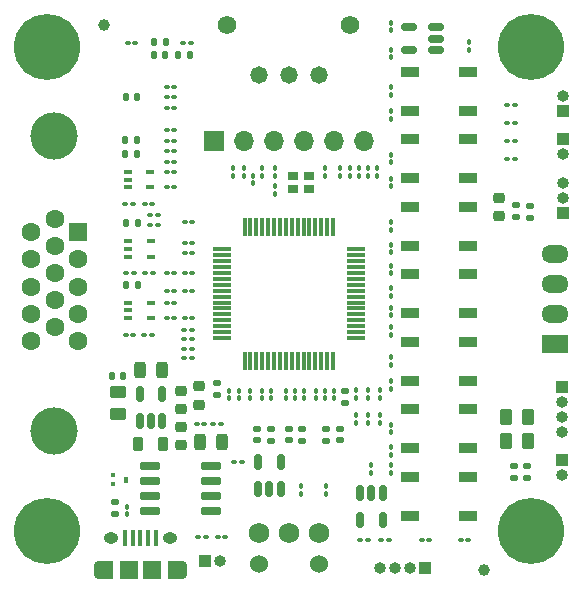
<source format=gts>
%TF.GenerationSoftware,KiCad,Pcbnew,(7.0.0)*%
%TF.CreationDate,2023-09-29T14:09:18-04:00*%
%TF.ProjectId,_HW_ToslinkToDMX,5f48575f-546f-4736-9c69-6e6b546f444d,rev?*%
%TF.SameCoordinates,Original*%
%TF.FileFunction,Soldermask,Top*%
%TF.FilePolarity,Negative*%
%FSLAX46Y46*%
G04 Gerber Fmt 4.6, Leading zero omitted, Abs format (unit mm)*
G04 Created by KiCad (PCBNEW (7.0.0)) date 2023-09-29 14:09:18*
%MOMM*%
%LPD*%
G01*
G04 APERTURE LIST*
G04 Aperture macros list*
%AMRoundRect*
0 Rectangle with rounded corners*
0 $1 Rounding radius*
0 $2 $3 $4 $5 $6 $7 $8 $9 X,Y pos of 4 corners*
0 Add a 4 corners polygon primitive as box body*
4,1,4,$2,$3,$4,$5,$6,$7,$8,$9,$2,$3,0*
0 Add four circle primitives for the rounded corners*
1,1,$1+$1,$2,$3*
1,1,$1+$1,$4,$5*
1,1,$1+$1,$6,$7*
1,1,$1+$1,$8,$9*
0 Add four rect primitives between the rounded corners*
20,1,$1+$1,$2,$3,$4,$5,0*
20,1,$1+$1,$4,$5,$6,$7,0*
20,1,$1+$1,$6,$7,$8,$9,0*
20,1,$1+$1,$8,$9,$2,$3,0*%
G04 Aperture macros list end*
%ADD10RoundRect,0.135000X-0.185000X0.135000X-0.185000X-0.135000X0.185000X-0.135000X0.185000X0.135000X0*%
%ADD11R,0.900000X0.800000*%
%ADD12RoundRect,0.100000X0.130000X0.100000X-0.130000X0.100000X-0.130000X-0.100000X0.130000X-0.100000X0*%
%ADD13RoundRect,0.250000X-0.262500X-0.450000X0.262500X-0.450000X0.262500X0.450000X-0.262500X0.450000X0*%
%ADD14RoundRect,0.100000X-0.130000X-0.100000X0.130000X-0.100000X0.130000X0.100000X-0.130000X0.100000X0*%
%ADD15C,4.000000*%
%ADD16R,1.600000X1.600000*%
%ADD17C,1.600000*%
%ADD18RoundRect,0.147500X-0.172500X0.147500X-0.172500X-0.147500X0.172500X-0.147500X0.172500X0.147500X0*%
%ADD19R,0.400000X1.350000*%
%ADD20O,0.890000X1.550000*%
%ADD21R,1.200000X1.550000*%
%ADD22O,1.250000X0.950000*%
%ADD23R,1.500000X1.550000*%
%ADD24C,3.600000*%
%ADD25C,5.600000*%
%ADD26R,1.500000X0.900000*%
%ADD27R,1.700000X1.700000*%
%ADD28O,1.700000X1.700000*%
%ADD29RoundRect,0.100000X0.100000X-0.130000X0.100000X0.130000X-0.100000X0.130000X-0.100000X-0.130000X0*%
%ADD30RoundRect,0.100000X-0.100000X0.130000X-0.100000X-0.130000X0.100000X-0.130000X0.100000X0.130000X0*%
%ADD31R,1.000000X1.000000*%
%ADD32O,1.000000X1.000000*%
%ADD33RoundRect,0.075000X-0.075000X0.700000X-0.075000X-0.700000X0.075000X-0.700000X0.075000X0.700000X0*%
%ADD34RoundRect,0.075000X-0.700000X0.075000X-0.700000X-0.075000X0.700000X-0.075000X0.700000X0.075000X0*%
%ADD35C,1.473200*%
%ADD36C,1.574800*%
%ADD37RoundRect,0.140000X-0.140000X-0.170000X0.140000X-0.170000X0.140000X0.170000X-0.140000X0.170000X0*%
%ADD38RoundRect,0.225000X-0.250000X0.225000X-0.250000X-0.225000X0.250000X-0.225000X0.250000X0.225000X0*%
%ADD39RoundRect,0.147500X-0.147500X-0.172500X0.147500X-0.172500X0.147500X0.172500X-0.147500X0.172500X0*%
%ADD40R,2.300000X1.500000*%
%ADD41O,2.300000X1.500000*%
%ADD42R,0.450000X0.400000*%
%ADD43R,0.450000X0.500000*%
%ADD44RoundRect,0.135000X-0.135000X-0.185000X0.135000X-0.185000X0.135000X0.185000X-0.135000X0.185000X0*%
%ADD45RoundRect,0.225000X0.250000X-0.225000X0.250000X0.225000X-0.250000X0.225000X-0.250000X-0.225000X0*%
%ADD46R,0.650000X0.400000*%
%ADD47RoundRect,0.250000X-0.450000X0.262500X-0.450000X-0.262500X0.450000X-0.262500X0.450000X0.262500X0*%
%ADD48RoundRect,0.150000X-0.150000X0.512500X-0.150000X-0.512500X0.150000X-0.512500X0.150000X0.512500X0*%
%ADD49RoundRect,0.243750X-0.243750X-0.456250X0.243750X-0.456250X0.243750X0.456250X-0.243750X0.456250X0*%
%ADD50RoundRect,0.150000X0.150000X-0.512500X0.150000X0.512500X-0.150000X0.512500X-0.150000X-0.512500X0*%
%ADD51C,1.750000*%
%ADD52C,1.524000*%
%ADD53RoundRect,0.243750X0.243750X0.456250X-0.243750X0.456250X-0.243750X-0.456250X0.243750X-0.456250X0*%
%ADD54RoundRect,0.218750X0.218750X0.381250X-0.218750X0.381250X-0.218750X-0.381250X0.218750X-0.381250X0*%
%ADD55C,1.000000*%
%ADD56RoundRect,0.150000X-0.725000X-0.150000X0.725000X-0.150000X0.725000X0.150000X-0.725000X0.150000X0*%
%ADD57RoundRect,0.140000X0.140000X0.170000X-0.140000X0.170000X-0.140000X-0.170000X0.140000X-0.170000X0*%
%ADD58RoundRect,0.150000X0.512500X0.150000X-0.512500X0.150000X-0.512500X-0.150000X0.512500X-0.150000X0*%
G04 APERTURE END LIST*
D10*
X144526000Y-150493000D03*
X144526000Y-151513000D03*
D11*
X127191999Y-125941999D03*
X125791999Y-125941999D03*
X125791999Y-127041999D03*
X127191999Y-127041999D03*
D12*
X117287000Y-137922000D03*
X116647000Y-137922000D03*
X115763000Y-120142000D03*
X115123000Y-120142000D03*
D13*
X143867500Y-146304000D03*
X145692500Y-146304000D03*
D14*
X111689000Y-134142000D03*
X112329000Y-134142000D03*
D15*
X105600331Y-122515000D03*
X105600331Y-147515000D03*
D16*
X107650330Y-130699999D03*
D17*
X107650331Y-132990000D03*
X107650331Y-135280000D03*
X107650331Y-137570000D03*
X107650331Y-139860000D03*
X105670331Y-129555000D03*
X105670331Y-131845000D03*
X105670331Y-134135000D03*
X105670331Y-136425000D03*
X105670331Y-138715000D03*
X103690331Y-130700000D03*
X103690331Y-132990000D03*
X103690331Y-135280000D03*
X103690331Y-137570000D03*
X103690331Y-139860000D03*
D14*
X115123000Y-135636000D03*
X115763000Y-135636000D03*
D18*
X119380000Y-143487272D03*
X119380000Y-144457272D03*
D19*
X111618999Y-156557999D03*
X112268999Y-156557999D03*
X112918999Y-156557999D03*
X113568999Y-156557999D03*
X114218999Y-156557999D03*
D20*
X109418999Y-159257999D03*
D21*
X110018999Y-159257999D03*
D22*
X110418999Y-156557999D03*
D23*
X111918999Y-159257999D03*
X113918999Y-159257999D03*
D22*
X115418999Y-156557999D03*
D21*
X115818999Y-159257999D03*
D20*
X116418999Y-159257999D03*
D24*
X146000000Y-156000000D03*
D25*
X146000000Y-156000000D03*
D14*
X115123000Y-136652000D03*
X115763000Y-136652000D03*
D26*
X135725999Y-134239999D03*
X135725999Y-137539999D03*
X140625999Y-137539999D03*
X140625999Y-134239999D03*
D27*
X119150999Y-122935999D03*
D28*
X121690999Y-122935999D03*
X124230999Y-122935999D03*
X126770999Y-122935999D03*
X129310999Y-122935999D03*
X131850999Y-122935999D03*
D29*
X124333000Y-125923000D03*
X124333000Y-125283000D03*
D30*
X133219593Y-146172318D03*
X133219593Y-146812318D03*
D29*
X123190000Y-144755000D03*
X123190000Y-144115000D03*
D30*
X131194296Y-146179445D03*
X131194296Y-146819445D03*
X134112000Y-143317000D03*
X134112000Y-143957000D03*
D14*
X143952000Y-124460000D03*
X144592000Y-124460000D03*
D26*
X135725999Y-128524999D03*
X135725999Y-131824999D03*
X140625999Y-131824999D03*
X140625999Y-128524999D03*
D14*
X115123000Y-124729000D03*
X115763000Y-124729000D03*
D31*
X137027999Y-159130999D03*
D32*
X135757999Y-159130999D03*
X134487999Y-159130999D03*
X133217999Y-159130999D03*
D33*
X129226000Y-130215000D03*
X128726000Y-130215000D03*
X128226000Y-130215000D03*
X127726000Y-130215000D03*
X127226000Y-130215000D03*
X126726000Y-130215000D03*
X126226000Y-130215000D03*
X125726000Y-130215000D03*
X125226000Y-130215000D03*
X124726000Y-130215000D03*
X124226000Y-130215000D03*
X123726000Y-130215000D03*
X123226000Y-130215000D03*
X122726000Y-130215000D03*
X122226000Y-130215000D03*
X121726000Y-130215000D03*
D34*
X119801000Y-132140000D03*
X119801000Y-132640000D03*
X119801000Y-133140000D03*
X119801000Y-133640000D03*
X119801000Y-134140000D03*
X119801000Y-134640000D03*
X119801000Y-135140000D03*
X119801000Y-135640000D03*
X119801000Y-136140000D03*
X119801000Y-136640000D03*
X119801000Y-137140000D03*
X119801000Y-137640000D03*
X119801000Y-138140000D03*
X119801000Y-138640000D03*
X119801000Y-139140000D03*
X119801000Y-139640000D03*
D33*
X121726000Y-141565000D03*
X122226000Y-141565000D03*
X122726000Y-141565000D03*
X123226000Y-141565000D03*
X123726000Y-141565000D03*
X124226000Y-141565000D03*
X124726000Y-141565000D03*
X125226000Y-141565000D03*
X125726000Y-141565000D03*
X126226000Y-141565000D03*
X126726000Y-141565000D03*
X127226000Y-141565000D03*
X127726000Y-141565000D03*
X128226000Y-141565000D03*
X128726000Y-141565000D03*
X129226000Y-141565000D03*
D34*
X131151000Y-139640000D03*
X131151000Y-139140000D03*
X131151000Y-138640000D03*
X131151000Y-138140000D03*
X131151000Y-137640000D03*
X131151000Y-137140000D03*
X131151000Y-136640000D03*
X131151000Y-136140000D03*
X131151000Y-135640000D03*
X131151000Y-135140000D03*
X131151000Y-134640000D03*
X131151000Y-134140000D03*
X131151000Y-133640000D03*
X131151000Y-133140000D03*
X131151000Y-132640000D03*
X131151000Y-132140000D03*
D35*
X128016000Y-117348000D03*
X125476000Y-117348000D03*
X122936000Y-117348000D03*
D36*
X120276000Y-113148001D03*
X130676000Y-113148001D03*
D29*
X134112000Y-113604000D03*
X134112000Y-112964000D03*
D30*
X132207000Y-144079000D03*
X132207000Y-144719000D03*
D14*
X140015000Y-156718000D03*
X140655000Y-156718000D03*
D30*
X134112000Y-118425000D03*
X134112000Y-119065000D03*
D29*
X120777000Y-125923000D03*
X120777000Y-125283000D03*
D18*
X125476000Y-147343000D03*
X125476000Y-148313000D03*
D30*
X134112000Y-115250000D03*
X134112000Y-115890000D03*
D10*
X128651000Y-147318000D03*
X128651000Y-148338000D03*
D30*
X122174000Y-144115000D03*
X122174000Y-144755000D03*
X132207000Y-146172000D03*
X132207000Y-146812000D03*
D31*
X148716999Y-129031999D03*
D32*
X148716999Y-127761999D03*
X148716999Y-126491999D03*
D37*
X114076000Y-115655000D03*
X115036000Y-115655000D03*
D29*
X130683000Y-125923000D03*
X130683000Y-125283000D03*
D14*
X113284000Y-128285000D03*
X113924000Y-128285000D03*
D38*
X116332000Y-144132000D03*
X116332000Y-145682000D03*
D39*
X111717000Y-135143000D03*
X112687000Y-135143000D03*
D30*
X121285000Y-144115000D03*
X121285000Y-144755000D03*
X125222000Y-144115000D03*
X125222000Y-144755000D03*
X134112000Y-135443000D03*
X134112000Y-136083000D03*
X134112000Y-138745000D03*
X134112000Y-139385000D03*
D18*
X145669000Y-150518000D03*
X145669000Y-151488000D03*
D40*
X148003499Y-140155499D03*
D41*
X148003499Y-137615499D03*
X148003499Y-135075499D03*
X148003499Y-132535499D03*
D14*
X111821000Y-114681000D03*
X112461000Y-114681000D03*
X113721000Y-129189000D03*
X114361000Y-129189000D03*
D30*
X134112000Y-147000000D03*
X134112000Y-147640000D03*
D31*
X118348999Y-158495999D03*
D32*
X119618999Y-158495999D03*
D31*
X148716999Y-122808999D03*
D32*
X148716999Y-124078999D03*
D12*
X117287000Y-131572000D03*
X116647000Y-131572000D03*
X115763000Y-123825000D03*
X115123000Y-123825000D03*
X117287000Y-132461000D03*
X116647000Y-132461000D03*
D14*
X115123000Y-118364000D03*
X115763000Y-118364000D03*
X115123000Y-119253000D03*
X115763000Y-119253000D03*
D31*
X148589999Y-143763999D03*
D32*
X148589999Y-145033999D03*
X148589999Y-146303999D03*
X148589999Y-147573999D03*
D42*
X110549999Y-151237999D03*
X110549999Y-152037999D03*
D43*
X111699999Y-151637999D03*
D12*
X121478000Y-150114000D03*
X120838000Y-150114000D03*
D29*
X123952000Y-144755000D03*
X123952000Y-144115000D03*
D14*
X111633000Y-128285000D03*
X112273000Y-128285000D03*
D12*
X117251000Y-141351000D03*
X116611000Y-141351000D03*
X118303000Y-146939000D03*
X117663000Y-146939000D03*
D14*
X113340000Y-134142000D03*
X113980000Y-134142000D03*
X111664000Y-139369509D03*
X112304000Y-139369509D03*
D12*
X117287000Y-134112000D03*
X116647000Y-134112000D03*
D14*
X115123000Y-125618000D03*
X115763000Y-125618000D03*
D39*
X111633022Y-122862923D03*
X112603022Y-122862923D03*
D14*
X143952000Y-119888000D03*
X144592000Y-119888000D03*
D30*
X131191000Y-144079000D03*
X131191000Y-144719000D03*
D44*
X114044000Y-114554000D03*
X115064000Y-114554000D03*
D39*
X111717000Y-129936000D03*
X112687000Y-129936000D03*
D12*
X119700000Y-146939000D03*
X119060000Y-146939000D03*
D18*
X130212000Y-144168000D03*
X130212000Y-145138000D03*
D12*
X117253481Y-138938000D03*
X116613481Y-138938000D03*
D45*
X116332000Y-148730000D03*
X116332000Y-147180000D03*
D29*
X128524000Y-125923000D03*
X128524000Y-125283000D03*
D18*
X110744000Y-153566000D03*
X110744000Y-154536000D03*
D26*
X135725999Y-139954999D03*
X135725999Y-143254999D03*
X140625999Y-143254999D03*
X140625999Y-139954999D03*
D30*
X120396000Y-144115000D03*
X120396000Y-144755000D03*
D46*
X111886999Y-131444999D03*
X111886999Y-132094999D03*
X111886999Y-132744999D03*
X113786999Y-132744999D03*
X113786999Y-131444999D03*
D14*
X131506000Y-156723500D03*
X132146000Y-156723500D03*
D10*
X144702000Y-128395000D03*
X144702000Y-129415000D03*
D45*
X143256000Y-129299000D03*
X143256000Y-127749000D03*
D47*
X110998000Y-144248500D03*
X110998000Y-146073500D03*
D14*
X119441000Y-156464000D03*
X120081000Y-156464000D03*
D46*
X111825999Y-125587999D03*
X111825999Y-126237999D03*
X111825999Y-126887999D03*
X113725999Y-126887999D03*
X113725999Y-125587999D03*
D29*
X128651000Y-152847000D03*
X128651000Y-152207000D03*
D14*
X143952000Y-121412000D03*
X144592000Y-121412000D03*
X113721000Y-130078000D03*
X114361000Y-130078000D03*
D10*
X123952000Y-147318000D03*
X123952000Y-148338000D03*
D30*
X134112000Y-148905000D03*
X134112000Y-149545000D03*
D10*
X126619000Y-147318000D03*
X126619000Y-148338000D03*
D39*
X111627000Y-124040000D03*
X112597000Y-124040000D03*
D48*
X133411000Y-152792000D03*
X132461000Y-152792000D03*
X131511000Y-152792000D03*
X131511000Y-155067000D03*
X133411000Y-155067000D03*
D49*
X112854500Y-142367000D03*
X114729500Y-142367000D03*
D24*
X105000000Y-115000000D03*
D25*
X105000000Y-115000000D03*
D14*
X143952000Y-122936000D03*
X144592000Y-122936000D03*
D30*
X134112000Y-126172000D03*
X134112000Y-126812000D03*
D50*
X112842000Y-146679500D03*
X113792000Y-146679500D03*
X114742000Y-146679500D03*
X114742000Y-144404500D03*
X112842000Y-144404500D03*
D29*
X126492000Y-152847000D03*
X126492000Y-152207000D03*
D13*
X143867500Y-148336000D03*
X145692500Y-148336000D03*
D29*
X121666000Y-125923000D03*
X121666000Y-125283000D03*
D14*
X136713000Y-156718000D03*
X137353000Y-156718000D03*
D29*
X124333000Y-127447000D03*
X124333000Y-126807000D03*
D18*
X122816678Y-147339089D03*
X122816678Y-148309089D03*
D51*
X128032235Y-156155000D03*
X125476000Y-156155000D03*
X122932235Y-156155000D03*
D52*
X128032235Y-158805000D03*
X122932235Y-158805000D03*
D30*
X134112000Y-137094000D03*
X134112000Y-137734000D03*
D53*
X119809500Y-148463000D03*
X117934500Y-148463000D03*
D44*
X116076000Y-115697000D03*
X117096000Y-115697000D03*
D18*
X145923000Y-128471000D03*
X145923000Y-129441000D03*
D30*
X111760000Y-153924000D03*
X111760000Y-154564000D03*
D24*
X146000000Y-115000000D03*
D25*
X146000000Y-115000000D03*
D29*
X132969000Y-125923000D03*
X132969000Y-125283000D03*
D54*
X114854500Y-148590000D03*
X112729500Y-148590000D03*
D46*
X111886999Y-136651999D03*
X111886999Y-137301999D03*
X111886999Y-137951999D03*
X113786999Y-137951999D03*
X113786999Y-136651999D03*
D30*
X128524000Y-144115000D03*
X128524000Y-144755000D03*
D26*
X135725999Y-117094999D03*
X135725999Y-120394999D03*
X140625999Y-120394999D03*
X140625999Y-117094999D03*
D55*
X141986000Y-159258000D03*
D30*
X127762000Y-144115000D03*
X127762000Y-144755000D03*
D29*
X134112000Y-151069000D03*
X134112000Y-150429000D03*
D30*
X134112000Y-131760000D03*
X134112000Y-132400000D03*
D14*
X115123000Y-126873000D03*
X115763000Y-126873000D03*
D30*
X134112000Y-129855000D03*
X134112000Y-130495000D03*
X134112000Y-120457000D03*
X134112000Y-121097000D03*
D14*
X133284000Y-156718000D03*
X133924000Y-156718000D03*
D26*
X135725999Y-151384999D03*
X135725999Y-154684999D03*
X140625999Y-154684999D03*
X140625999Y-151384999D03*
D30*
X140716000Y-114615000D03*
X140716000Y-115255000D03*
D29*
X131445000Y-125923000D03*
X131445000Y-125283000D03*
D12*
X118430000Y-156464000D03*
X117790000Y-156464000D03*
D39*
X111656000Y-119253000D03*
X112626000Y-119253000D03*
D14*
X113228697Y-139368025D03*
X113868697Y-139368025D03*
D29*
X132207000Y-125923000D03*
X132207000Y-125283000D03*
D26*
X135725999Y-145669999D03*
X135725999Y-148969999D03*
X140625999Y-148969999D03*
X140625999Y-145669999D03*
D24*
X105000000Y-156000000D03*
D25*
X105000000Y-156000000D03*
D30*
X129323000Y-144115000D03*
X129323000Y-144755000D03*
D18*
X129794000Y-147343000D03*
X129794000Y-148313000D03*
D14*
X115123000Y-137922000D03*
X115763000Y-137922000D03*
D12*
X117251000Y-139744527D03*
X116611000Y-139744527D03*
D14*
X116520000Y-114681000D03*
X117160000Y-114681000D03*
X115123000Y-122936000D03*
X115763000Y-122936000D03*
D30*
X132461000Y-150429000D03*
X132461000Y-151069000D03*
D50*
X122875000Y-152394500D03*
X123825000Y-152394500D03*
X124775000Y-152394500D03*
X124775000Y-150119500D03*
X122875000Y-150119500D03*
D30*
X126746000Y-144115000D03*
X126746000Y-144755000D03*
D56*
X113757000Y-150495000D03*
X113757000Y-151765000D03*
X113757000Y-153035000D03*
X113757000Y-154305000D03*
X118907000Y-154305000D03*
X118907000Y-153035000D03*
X118907000Y-151765000D03*
X118907000Y-150495000D03*
D57*
X111478000Y-142875000D03*
X110518000Y-142875000D03*
D30*
X134112000Y-133538000D03*
X134112000Y-134178000D03*
X134112000Y-141285000D03*
X134112000Y-141925000D03*
X125984000Y-144115000D03*
X125984000Y-144755000D03*
X133223000Y-144079000D03*
X133223000Y-144719000D03*
D29*
X123190000Y-125923000D03*
X123190000Y-125283000D03*
D31*
X148589999Y-149971999D03*
D32*
X148589999Y-151241999D03*
D12*
X117287000Y-129794000D03*
X116647000Y-129794000D03*
D14*
X115123000Y-122047000D03*
X115763000Y-122047000D03*
D29*
X129794000Y-125923000D03*
X129794000Y-125283000D03*
D38*
X117898403Y-143744860D03*
X117898403Y-145294860D03*
D31*
X148716999Y-120410999D03*
D32*
X148716999Y-119140999D03*
D26*
X135725999Y-122809999D03*
X135725999Y-126109999D03*
X140625999Y-126109999D03*
X140625999Y-122809999D03*
D55*
X109855000Y-113157000D03*
D30*
X134112000Y-124140000D03*
X134112000Y-124780000D03*
D14*
X115123000Y-134112000D03*
X115763000Y-134112000D03*
D12*
X117251000Y-140589000D03*
X116611000Y-140589000D03*
D58*
X137916500Y-115250000D03*
X137916500Y-114300000D03*
X137916500Y-113350000D03*
X135641500Y-113350000D03*
X135641500Y-115250000D03*
D12*
X117287000Y-135636000D03*
X116647000Y-135636000D03*
D30*
X122428000Y-125918000D03*
X122428000Y-126558000D03*
M02*

</source>
